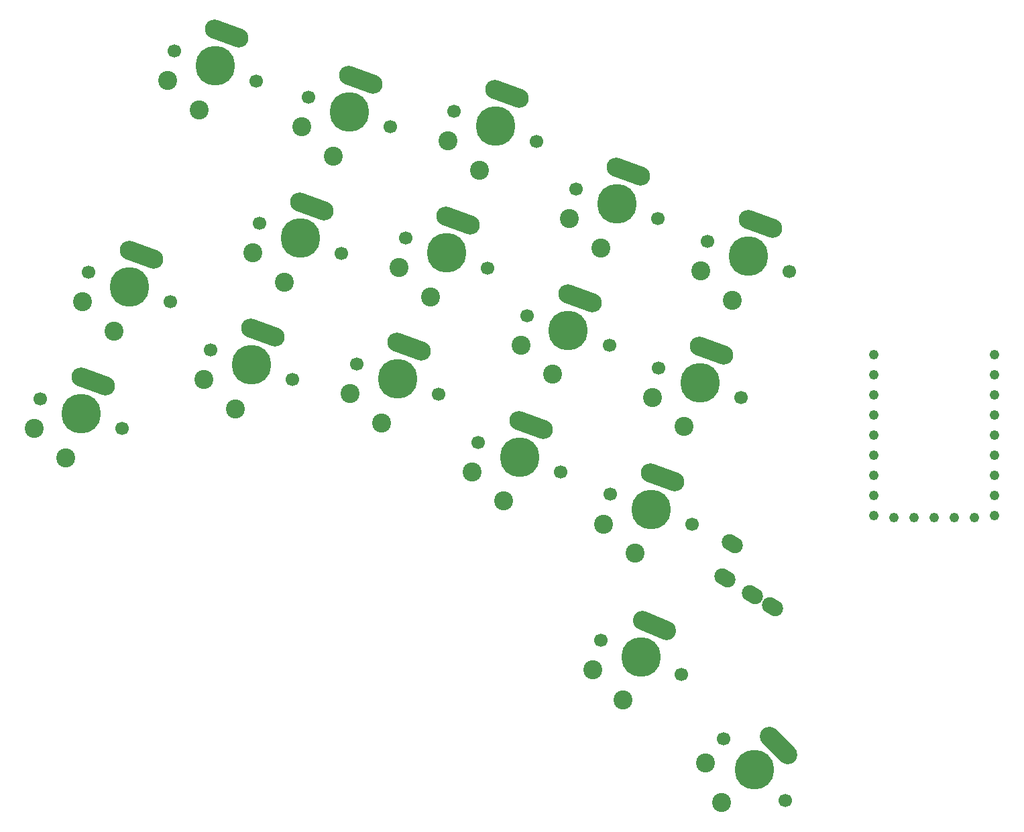
<source format=gts>
%TF.GenerationSoftware,KiCad,Pcbnew,(6.0.11)*%
%TF.CreationDate,2024-04-13T23:11:30+09:00*%
%TF.ProjectId,haqua34_left-bottom-plate,68617175-6133-4345-9f6c-6566742d626f,rev?*%
%TF.SameCoordinates,Original*%
%TF.FileFunction,Soldermask,Top*%
%TF.FilePolarity,Negative*%
%FSLAX46Y46*%
G04 Gerber Fmt 4.6, Leading zero omitted, Abs format (unit mm)*
G04 Created by KiCad (PCBNEW (6.0.11)) date 2024-04-13 23:11:30*
%MOMM*%
%LPD*%
G01*
G04 APERTURE LIST*
G04 Aperture macros list*
%AMHorizOval*
0 Thick line with rounded ends*
0 $1 width*
0 $2 $3 position (X,Y) of the first rounded end (center of the circle)*
0 $4 $5 position (X,Y) of the second rounded end (center of the circle)*
0 Add line between two ends*
20,1,$1,$2,$3,$4,$5,0*
0 Add two circle primitives to create the rounded ends*
1,1,$1,$2,$3*
1,1,$1,$4,$5*%
G04 Aperture macros list end*
%ADD10C,1.700000*%
%ADD11HorizOval,2.400000X-1.550493X0.564333X1.550493X-0.564333X0*%
%ADD12C,2.400000*%
%ADD13C,5.000000*%
%ADD14HorizOval,2.000000X-0.341056X0.208999X0.341056X-0.208999X0*%
%ADD15HorizOval,2.400000X-1.518833X0.644706X1.518833X-0.644706X0*%
%ADD16C,1.223426*%
%ADD17C,1.219200*%
%ADD18HorizOval,2.400000X-1.166726X1.166726X1.166726X-1.166726X0*%
G04 APERTURE END LIST*
D10*
%TO.C,SW4*%
X93031691Y-50718889D03*
D11*
X99676843Y-48542407D03*
D12*
X92201860Y-54460731D03*
D10*
X103368309Y-54481111D03*
D12*
X96182081Y-58144186D03*
D13*
X98200000Y-52600000D03*
%TD*%
D10*
%TO.C,SW15*%
X97331691Y-89293889D03*
D13*
X102500000Y-91175000D03*
D11*
X103976843Y-87117407D03*
D12*
X100482081Y-96719186D03*
D10*
X107668309Y-93056111D03*
D12*
X96501860Y-93035731D03*
%TD*%
D14*
%TO.C,J1*%
X115281120Y-101948803D03*
X117839040Y-103516299D03*
X112786093Y-95493973D03*
X111870559Y-99858809D03*
%TD*%
D12*
%TO.C,SW3*%
X80832081Y-48344186D03*
D10*
X77681691Y-40918889D03*
D13*
X82850000Y-42800000D03*
D10*
X88018309Y-44681111D03*
D11*
X84326843Y-38742407D03*
D12*
X76851860Y-44660731D03*
%TD*%
D10*
%TO.C,SW16*%
X106312777Y-111999021D03*
D15*
X102937177Y-105875260D03*
D12*
X98944686Y-115280979D03*
X95162697Y-111394263D03*
D13*
X101250000Y-109850000D03*
D10*
X96187223Y-107700979D03*
%TD*%
D11*
%TO.C,SW8*%
X78176843Y-54742407D03*
D10*
X81868309Y-60681111D03*
D12*
X74682081Y-64344186D03*
X70701860Y-60660731D03*
D13*
X76700000Y-58800000D03*
D10*
X71531691Y-56918889D03*
%TD*%
D11*
%TO.C,SW10*%
X110151843Y-71117407D03*
D10*
X113843309Y-77056111D03*
D12*
X102676860Y-77035731D03*
D13*
X108675000Y-75175000D03*
D12*
X106657081Y-80719186D03*
D10*
X103506691Y-73293889D03*
%TD*%
D13*
%TO.C,SW5*%
X114825000Y-59225000D03*
D12*
X108826860Y-61085731D03*
D10*
X109656691Y-57343889D03*
D11*
X116301843Y-55167407D03*
D12*
X112807081Y-64769186D03*
D10*
X119993309Y-61106111D03*
%TD*%
%TO.C,SW9*%
X86906691Y-66693889D03*
D11*
X93551843Y-64517407D03*
D10*
X97243309Y-70456111D03*
D13*
X92075000Y-68575000D03*
D12*
X90057081Y-74119186D03*
X86076860Y-70435731D03*
%TD*%
D13*
%TO.C,SW7*%
X58225000Y-56950000D03*
D10*
X53056691Y-55068889D03*
D12*
X52226860Y-58810731D03*
D10*
X63393309Y-58831111D03*
D12*
X56207081Y-62494186D03*
D11*
X59701843Y-52892407D03*
%TD*%
D10*
%TO.C,SW12*%
X57243309Y-74806111D03*
D12*
X50057081Y-78469186D03*
X46076860Y-74785731D03*
D10*
X46906691Y-71043889D03*
D13*
X52075000Y-72925000D03*
D11*
X53551843Y-68867407D03*
%TD*%
D10*
%TO.C,SW13*%
X65356691Y-72843889D03*
D12*
X64526860Y-76585731D03*
D11*
X72001843Y-70667407D03*
D13*
X70525000Y-74725000D03*
D12*
X68507081Y-80269186D03*
D10*
X75693309Y-76606111D03*
%TD*%
D16*
%TO.C,RZ1*%
X130659000Y-86905000D03*
D17*
X130659000Y-84365000D03*
X145899000Y-74205000D03*
X143359000Y-92188200D03*
X130659000Y-79285000D03*
X145899000Y-89445000D03*
X130659000Y-81825000D03*
X145899000Y-81825000D03*
X145899000Y-86905000D03*
D16*
X130659000Y-91985000D03*
D17*
X145899000Y-91985000D03*
X145899000Y-71665000D03*
X135739000Y-92188200D03*
X140819000Y-92188200D03*
X145899000Y-79285000D03*
X130659000Y-76745000D03*
X145899000Y-76745000D03*
X130659000Y-89445000D03*
X133199000Y-92188200D03*
X130659000Y-71665000D03*
X130659000Y-74205000D03*
X138279000Y-92188200D03*
X145899000Y-84365000D03*
%TD*%
D12*
%TO.C,SW17*%
X111403070Y-128221930D03*
D10*
X111685913Y-120160913D03*
D13*
X115575000Y-124050000D03*
D12*
X109352460Y-123201472D03*
D10*
X119464087Y-127939087D03*
D18*
X118628287Y-120996713D03*
%TD*%
D12*
%TO.C,SW2*%
X58401860Y-42860731D03*
D10*
X59231691Y-39118889D03*
D12*
X62382081Y-46544186D03*
D13*
X64400000Y-41000000D03*
D10*
X69568309Y-42881111D03*
D11*
X65876843Y-36942407D03*
%TD*%
D13*
%TO.C,SW1*%
X47473157Y-35175000D03*
D10*
X42304848Y-33293889D03*
X52641466Y-37056111D03*
D12*
X41475017Y-37035731D03*
D11*
X48950000Y-31117407D03*
D12*
X45455238Y-40719186D03*
%TD*%
D10*
%TO.C,SW14*%
X91068309Y-86456111D03*
D13*
X85900000Y-84575000D03*
D12*
X83882081Y-90119186D03*
X79901860Y-86435731D03*
D11*
X87376843Y-80517407D03*
D10*
X80731691Y-82693889D03*
%TD*%
D12*
%TO.C,SW6*%
X34682081Y-68644186D03*
X30701860Y-64960731D03*
D13*
X36700000Y-63100000D03*
D11*
X38176843Y-59042407D03*
D10*
X41868309Y-64981111D03*
X31531691Y-61218889D03*
%TD*%
D12*
%TO.C,SW11*%
X24601860Y-80960731D03*
D13*
X30600000Y-79100000D03*
D10*
X25431691Y-77218889D03*
D12*
X28582081Y-84644186D03*
D10*
X35768309Y-80981111D03*
D11*
X32076843Y-75042407D03*
%TD*%
M02*

</source>
